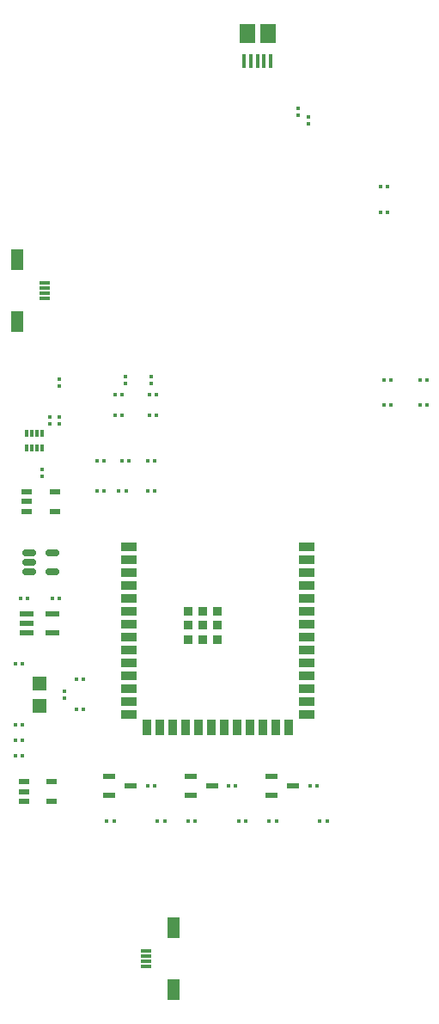
<source format=gbr>
%TF.GenerationSoftware,KiCad,Pcbnew,7.0.7*%
%TF.CreationDate,2023-11-24T19:36:33-07:00*%
%TF.ProjectId,mouse,6d6f7573-652e-46b6-9963-61645f706362,rev?*%
%TF.SameCoordinates,Original*%
%TF.FileFunction,Paste,Top*%
%TF.FilePolarity,Positive*%
%FSLAX46Y46*%
G04 Gerber Fmt 4.6, Leading zero omitted, Abs format (unit mm)*
G04 Created by KiCad (PCBNEW 7.0.7) date 2023-11-24 19:36:33*
%MOMM*%
%LPD*%
G01*
G04 APERTURE LIST*
G04 Aperture macros list*
%AMRoundRect*
0 Rectangle with rounded corners*
0 $1 Rounding radius*
0 $2 $3 $4 $5 $6 $7 $8 $9 X,Y pos of 4 corners*
0 Add a 4 corners polygon primitive as box body*
4,1,4,$2,$3,$4,$5,$6,$7,$8,$9,$2,$3,0*
0 Add four circle primitives for the rounded corners*
1,1,$1+$1,$2,$3*
1,1,$1+$1,$4,$5*
1,1,$1+$1,$6,$7*
1,1,$1+$1,$8,$9*
0 Add four rect primitives between the rounded corners*
20,1,$1+$1,$2,$3,$4,$5,0*
20,1,$1+$1,$4,$5,$6,$7,0*
20,1,$1+$1,$6,$7,$8,$9,0*
20,1,$1+$1,$8,$9,$2,$3,0*%
G04 Aperture macros list end*
%ADD10R,0.299999X0.670001*%
%ADD11R,1.320800X0.508000*%
%ADD12R,1.500000X1.900000*%
%ADD13R,0.400000X1.350000*%
%ADD14R,1.000000X0.300000*%
%ADD15R,1.300000X2.000000*%
%ADD16RoundRect,0.079500X-0.079500X-0.100500X0.079500X-0.100500X0.079500X0.100500X-0.079500X0.100500X0*%
%ADD17RoundRect,0.079500X-0.100500X0.079500X-0.100500X-0.079500X0.100500X-0.079500X0.100500X0.079500X0*%
%ADD18RoundRect,0.150000X-0.512500X-0.150000X0.512500X-0.150000X0.512500X0.150000X-0.512500X0.150000X0*%
%ADD19RoundRect,0.079500X0.079500X0.100500X-0.079500X0.100500X-0.079500X-0.100500X0.079500X-0.100500X0*%
%ADD20RoundRect,0.079500X0.100500X-0.079500X0.100500X0.079500X-0.100500X0.079500X-0.100500X-0.079500X0*%
%ADD21R,1.300000X0.600000*%
%ADD22R,1.397000X1.422400*%
%ADD23R,0.977900X0.508000*%
%ADD24R,1.500000X0.900000*%
%ADD25R,0.900000X1.500000*%
%ADD26R,0.900000X0.900000*%
%ADD27R,1.003300X0.508000*%
G04 APERTURE END LIST*
D10*
%TO.C,PWRSW1*%
X54950001Y-61209999D03*
X54450000Y-61209999D03*
X53950000Y-61209999D03*
X53449999Y-61209999D03*
X53449999Y-62690001D03*
X53950000Y-62690001D03*
X54450000Y-62690001D03*
X54950001Y-62690001D03*
%TD*%
D11*
%TO.C,CHGR1*%
X53404600Y-78999999D03*
X53404600Y-79950000D03*
X53404600Y-80900001D03*
X55995400Y-80900001D03*
X55995400Y-78999999D03*
%TD*%
D12*
%TO.C,J5*%
X75200000Y-21900000D03*
X77200000Y-21900000D03*
D13*
X74900000Y-24575000D03*
X75550000Y-24575000D03*
X76200000Y-24575000D03*
X76850000Y-24575000D03*
X77500000Y-24575000D03*
%TD*%
D14*
%TO.C,J6*%
X55200000Y-46449999D03*
X55200000Y-46950000D03*
X55200000Y-47450000D03*
X55200000Y-47950001D03*
D15*
X52500001Y-44150001D03*
X52500001Y-50249999D03*
%TD*%
%TO.C,J4*%
X67949999Y-109900001D03*
X67949999Y-115999999D03*
D14*
X65250000Y-112199999D03*
X65250000Y-112700000D03*
X65250000Y-113200000D03*
X65250000Y-113700001D03*
%TD*%
D16*
%TO.C,C8*%
X60355000Y-63950000D03*
X61045000Y-63950000D03*
%TD*%
D17*
%TO.C,R18*%
X80200000Y-29950000D03*
X80200000Y-29260000D03*
%TD*%
%TO.C,R7*%
X57200000Y-86605000D03*
X57200000Y-87295000D03*
%TD*%
D18*
%TO.C,U1*%
X53682500Y-73000000D03*
X53682500Y-73950000D03*
X53682500Y-74900000D03*
X55957500Y-74900000D03*
X55957500Y-73000000D03*
%TD*%
D16*
%TO.C,C18*%
X61355000Y-99450000D03*
X62045000Y-99450000D03*
%TD*%
%TO.C,D8*%
X81355000Y-95950000D03*
X82045000Y-95950000D03*
%TD*%
D19*
%TO.C,R2*%
X53545000Y-77450000D03*
X52855000Y-77450000D03*
%TD*%
%TO.C,R10*%
X59045000Y-88450000D03*
X58355000Y-88450000D03*
%TD*%
D20*
%TO.C,C9*%
X56700000Y-56615000D03*
X56700000Y-55925000D03*
%TD*%
D16*
%TO.C,C5*%
X65535000Y-59450000D03*
X66225000Y-59450000D03*
%TD*%
D21*
%TO.C,Q8*%
X69600000Y-95000000D03*
X69600000Y-96900000D03*
X71700000Y-95950000D03*
%TD*%
D17*
%TO.C,R17*%
X81200000Y-30105000D03*
X81200000Y-30795000D03*
%TD*%
D16*
%TO.C,C11*%
X65355000Y-66950000D03*
X66045000Y-66950000D03*
%TD*%
%TO.C,C15*%
X52355000Y-91450000D03*
X53045000Y-91450000D03*
%TD*%
D19*
%TO.C,R9*%
X59045000Y-85450000D03*
X58355000Y-85450000D03*
%TD*%
D16*
%TO.C,R24*%
X82355000Y-99450000D03*
X83045000Y-99450000D03*
%TD*%
%TO.C,C19*%
X69355000Y-99450000D03*
X70045000Y-99450000D03*
%TD*%
%TO.C,C14*%
X60355000Y-66950000D03*
X61045000Y-66950000D03*
%TD*%
%TO.C,R11*%
X88675000Y-55950000D03*
X89365000Y-55950000D03*
%TD*%
D21*
%TO.C,Q7*%
X61600000Y-95000000D03*
X61600000Y-96900000D03*
X63700000Y-95950000D03*
%TD*%
D19*
%TO.C,R8*%
X63225000Y-66950000D03*
X62535000Y-66950000D03*
%TD*%
D22*
%TO.C,XTAL1*%
X54700000Y-85857800D03*
X54700000Y-88042200D03*
%TD*%
D16*
%TO.C,C20*%
X77355000Y-99450000D03*
X78045000Y-99450000D03*
%TD*%
D21*
%TO.C,Q9*%
X77600000Y-95000000D03*
X77600000Y-96900000D03*
X79700000Y-95950000D03*
%TD*%
D16*
%TO.C,D6*%
X65355000Y-95950000D03*
X66045000Y-95950000D03*
%TD*%
%TO.C,C7*%
X92200000Y-58450000D03*
X92890000Y-58450000D03*
%TD*%
%TO.C,C10*%
X65355000Y-63950000D03*
X66045000Y-63950000D03*
%TD*%
%TO.C,D2*%
X56010000Y-77450000D03*
X56700000Y-77450000D03*
%TD*%
D17*
%TO.C,R4*%
X55700000Y-59605000D03*
X55700000Y-60295000D03*
%TD*%
D16*
%TO.C,R15*%
X88355000Y-39450000D03*
X89045000Y-39450000D03*
%TD*%
D23*
%TO.C,U2*%
X53200000Y-95549998D03*
X53200000Y-96499999D03*
X53200000Y-97450000D03*
X55930500Y-97450000D03*
X55930500Y-95549998D03*
%TD*%
D16*
%TO.C,R16*%
X88355000Y-36950000D03*
X89045000Y-36950000D03*
%TD*%
%TO.C,C4*%
X62175000Y-57450000D03*
X62865000Y-57450000D03*
%TD*%
D24*
%TO.C,ESP1*%
X63550000Y-72430000D03*
X63550000Y-73700000D03*
X63550000Y-74970000D03*
X63550000Y-76240000D03*
X63550000Y-77510000D03*
X63550000Y-78780000D03*
X63550000Y-80050000D03*
X63550000Y-81320000D03*
X63550000Y-82590000D03*
X63550000Y-83860000D03*
X63550000Y-85130000D03*
X63550000Y-86400000D03*
X63550000Y-87670000D03*
X63550000Y-88940000D03*
D25*
X65315000Y-90190000D03*
X66585000Y-90190000D03*
X67855000Y-90190000D03*
X69125000Y-90190000D03*
X70395000Y-90190000D03*
X71665000Y-90190000D03*
X72935000Y-90190000D03*
X74205000Y-90190000D03*
X75475000Y-90190000D03*
X76745000Y-90190000D03*
X78015000Y-90190000D03*
X79285000Y-90190000D03*
D24*
X81050000Y-88940000D03*
X81050000Y-87670000D03*
X81050000Y-86400000D03*
X81050000Y-85130000D03*
X81050000Y-83860000D03*
X81050000Y-82590000D03*
X81050000Y-81320000D03*
X81050000Y-80050000D03*
X81050000Y-78780000D03*
X81050000Y-77510000D03*
X81050000Y-76240000D03*
X81050000Y-74970000D03*
X81050000Y-73700000D03*
X81050000Y-72430000D03*
D26*
X69400000Y-78750000D03*
X70800000Y-78750000D03*
X72200000Y-78750000D03*
X69400000Y-80150000D03*
X70800000Y-80150000D03*
X72200000Y-80150000D03*
X69400000Y-81550000D03*
X70800000Y-81550000D03*
X72200000Y-81550000D03*
%TD*%
D16*
%TO.C,C6*%
X62175000Y-59450000D03*
X62865000Y-59450000D03*
%TD*%
D17*
%TO.C,C1*%
X65700000Y-55625000D03*
X65700000Y-56315000D03*
%TD*%
D16*
%TO.C,D7*%
X73355000Y-95950000D03*
X74045000Y-95950000D03*
%TD*%
%TO.C,C16*%
X52355000Y-92950000D03*
X53045000Y-92950000D03*
%TD*%
%TO.C,C12*%
X52355000Y-83950000D03*
X53045000Y-83950000D03*
%TD*%
%TO.C,R1*%
X88662701Y-58450000D03*
X89352701Y-58450000D03*
%TD*%
%TO.C,R22*%
X66355000Y-99450000D03*
X67045000Y-99450000D03*
%TD*%
D27*
%TO.C,U3*%
X53442050Y-66999999D03*
X53442050Y-67950000D03*
X53442050Y-68900001D03*
X56197950Y-68900001D03*
X56197950Y-66999999D03*
%TD*%
D20*
%TO.C,C2*%
X63200000Y-56315000D03*
X63200000Y-55625000D03*
%TD*%
D19*
%TO.C,D1*%
X92890000Y-55950000D03*
X92200000Y-55950000D03*
%TD*%
D20*
%TO.C,R6*%
X54950001Y-65475000D03*
X54950001Y-64785000D03*
%TD*%
D16*
%TO.C,C3*%
X65535000Y-57450000D03*
X66225000Y-57450000D03*
%TD*%
D17*
%TO.C,R5*%
X56700000Y-59605000D03*
X56700000Y-60295000D03*
%TD*%
D16*
%TO.C,R3*%
X62855000Y-63950000D03*
X63545000Y-63950000D03*
%TD*%
%TO.C,R23*%
X74355000Y-99450000D03*
X75045000Y-99450000D03*
%TD*%
%TO.C,C13*%
X52355000Y-89950000D03*
X53045000Y-89950000D03*
%TD*%
M02*

</source>
